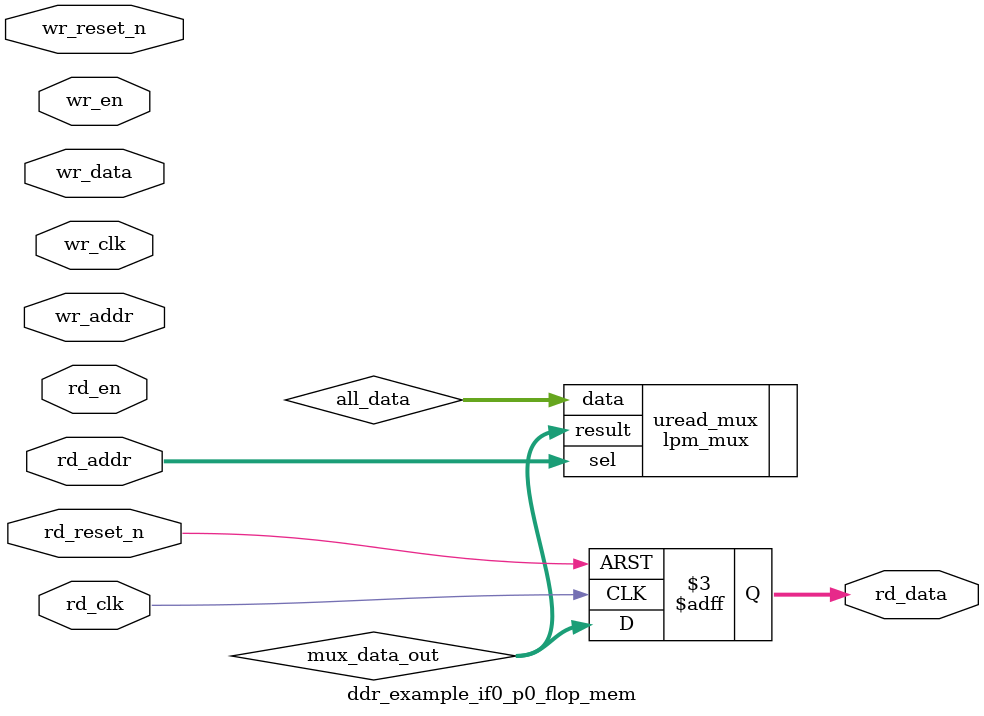
<source format=v>



`timescale 1 ps / 1 ps

(* altera_attribute = "-name ALLOW_SYNCH_CTRL_USAGE ON;-name AUTO_CLOCK_ENABLE_RECOGNITION ON" *)
module ddr_example_if0_p0_flop_mem(
	wr_reset_n,
	wr_clk,
	wr_en,
	wr_addr,
	wr_data,
	rd_reset_n,
	rd_clk,
	rd_en,
	rd_addr,
	rd_data
);

parameter WRITE_MEM_DEPTH	= "";
parameter WRITE_ADDR_WIDTH	= "";
parameter WRITE_DATA_WIDTH	= "";
parameter READ_MEM_DEPTH	= "";
parameter READ_ADDR_WIDTH	= "";		 
parameter READ_DATA_WIDTH	= "";


input	wr_reset_n;
input	wr_clk;
input	wr_en;
input	[WRITE_ADDR_WIDTH-1:0] wr_addr;
input	[WRITE_DATA_WIDTH-1:0] wr_data;
input	rd_reset_n;
input	rd_clk;
input	rd_en;
input	[READ_ADDR_WIDTH-1:0] rd_addr;
output	[READ_DATA_WIDTH-1:0] rd_data;



wire	[WRITE_DATA_WIDTH*WRITE_MEM_DEPTH-1:0] all_data;
wire	[READ_DATA_WIDTH-1:0] mux_data_out;



// declare a memory with WRITE_MEM_DEPTH entries
// each entry contains a data size of WRITE_DATA_WIDTH
reg	[WRITE_DATA_WIDTH-1:0] data_stored [0:WRITE_MEM_DEPTH-1] /* synthesis syn_preserve = 1 */;
reg	[READ_DATA_WIDTH-1:0] rd_data;

generate
genvar entry;
	for (entry=0; entry < WRITE_MEM_DEPTH; entry=entry+1)
	begin: mem_location
		assign all_data[(WRITE_DATA_WIDTH*(entry+1)-1) : (WRITE_DATA_WIDTH*entry)] = data_stored[entry]; 
		
		always @(posedge wr_clk or negedge wr_reset_n)
		begin
			if (~wr_reset_n) begin
				data_stored[entry] <= {WRITE_DATA_WIDTH{1'b0}};
			end else begin
				if (wr_en) begin
					if (entry == wr_addr) begin
						data_stored[entry] <= wr_data;
					end
				end
			end
		end		
	end
endgenerate

// mux to select the correct output data based on read address
lpm_mux	uread_mux(
	.sel (rd_addr),
	.data (all_data),
	.result (mux_data_out)
	// synopsys translate_off
	,
	.aclr (),
	.clken (),
	.clock ()
	// synopsys translate_on
	);
 defparam uread_mux.lpm_size = READ_MEM_DEPTH;
 defparam uread_mux.lpm_type = "LPM_MUX";
 defparam uread_mux.lpm_width = READ_DATA_WIDTH;
 defparam uread_mux.lpm_widths = READ_ADDR_WIDTH;

always @(posedge rd_clk or negedge rd_reset_n)	
begin
	if (~rd_reset_n) begin
		rd_data <= {READ_DATA_WIDTH{1'b0}};
	end else begin
		rd_data <= mux_data_out;
	end
end

endmodule

</source>
